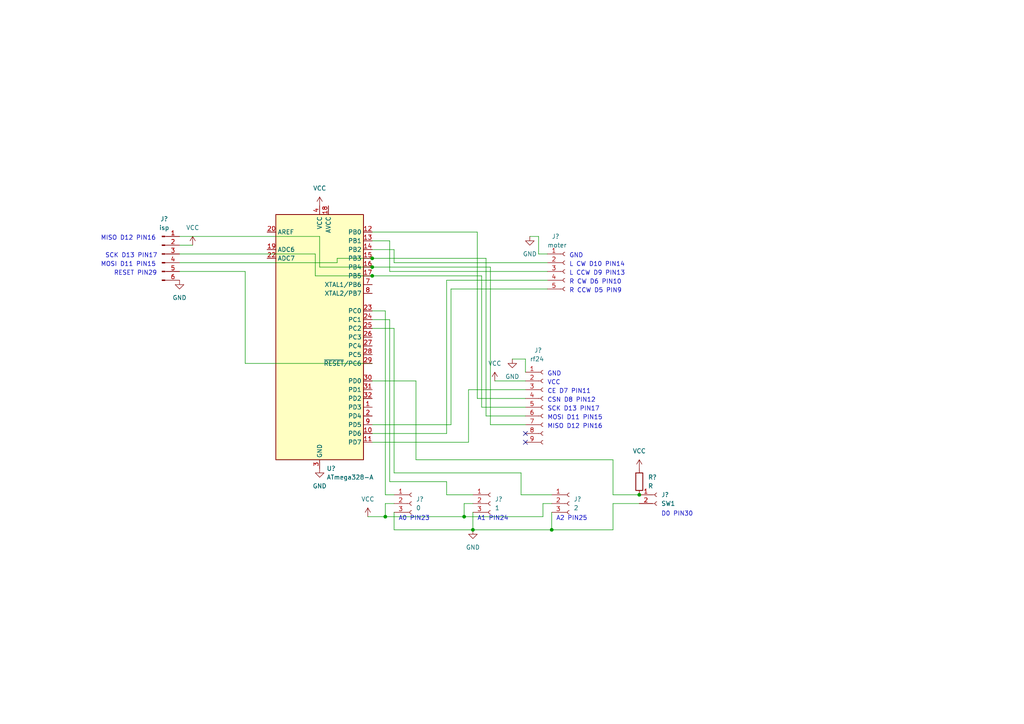
<source format=kicad_sch>
(kicad_sch (version 20211123) (generator eeschema)
  (paper "A4")
  (lib_symbols
    (symbol "Connector:Conn_01x02_Female" (pin_names (offset 1.016) hide)
      (property "Reference" "J" (at 0 2.54 0))
      (property "Value" "Conn_01x02_Female" (at 0 -5.08 0))
      (symbol "Conn_01x02_Female_1_1"
        (arc (start 0 -2.032) (mid -0.508 -2.54) (end 0 -3.048) (stroke (width 0.1524)))
        (polyline (pts (xy -1.27 -2.54) (xy -0.508 -2.54)) (stroke (width 0.1524)))
        (polyline (pts (xy -1.27 0) (xy -0.508 0)) (stroke (width 0.1524)))
        (arc (start 0 0.508) (mid -0.508 0) (end 0 -0.508) (stroke (width 0.1524)))
        (pin passive line (at -5.08 0 0) (length 3.81) (name "Pin_1") (number "1"))
        (pin passive line (at -5.08 -2.54 0) (length 3.81) (name "Pin_2") (number "2"))
      )
    )
    (symbol "Connector:Conn_01x03_Female" (pin_names (offset 1.016) hide)
      (property "Reference" "J" (at 0 5.08 0))
      (property "Value" "Conn_01x03_Female" (at 0 -5.08 0))
      (symbol "Conn_01x03_Female_1_1"
        (arc (start 0 -2.032) (mid -0.508 -2.54) (end 0 -3.048) (stroke (width 0.1524)))
        (polyline (pts (xy -1.27 -2.54) (xy -0.508 -2.54)) (stroke (width 0.1524)))
        (polyline (pts (xy -1.27 0) (xy -0.508 0)) (stroke (width 0.1524)))
        (polyline (pts (xy -1.27 2.54) (xy -0.508 2.54)) (stroke (width 0.1524)))
        (arc (start 0 0.508) (mid -0.508 0) (end 0 -0.508) (stroke (width 0.1524)))
        (arc (start 0 3.048) (mid -0.508 2.54) (end 0 2.032) (stroke (width 0.1524)))
        (pin passive line (at -5.08 2.54 0) (length 3.81) (name "Pin_1") (number "1"))
        (pin passive line (at -5.08 0 0) (length 3.81) (name "Pin_2") (number "2"))
        (pin passive line (at -5.08 -2.54 0) (length 3.81) (name "Pin_3") (number "3"))
      )
    )
    (symbol "Connector:Conn_01x05_Female" (pin_names (offset 1.016) hide)
      (property "Reference" "J" (at 0 7.62 0))
      (property "Value" "Conn_01x05_Female" (at 0 -7.62 0))
      (symbol "Conn_01x05_Female_1_1"
        (arc (start 0 -4.572) (mid -0.508 -5.08) (end 0 -5.588) (stroke (width 0.1524)))
        (arc (start 0 -2.032) (mid -0.508 -2.54) (end 0 -3.048) (stroke (width 0.1524)))
        (polyline (pts (xy -1.27 -5.08) (xy -0.508 -5.08)) (stroke (width 0.1524)))
        (polyline (pts (xy -1.27 -2.54) (xy -0.508 -2.54)) (stroke (width 0.1524)))
        (polyline (pts (xy -1.27 0) (xy -0.508 0)) (stroke (width 0.1524)))
        (polyline (pts (xy -1.27 2.54) (xy -0.508 2.54)) (stroke (width 0.1524)))
        (polyline (pts (xy -1.27 5.08) (xy -0.508 5.08)) (stroke (width 0.1524)))
        (arc (start 0 0.508) (mid -0.508 0) (end 0 -0.508) (stroke (width 0.1524)))
        (arc (start 0 3.048) (mid -0.508 2.54) (end 0 2.032) (stroke (width 0.1524)))
        (arc (start 0 5.588) (mid -0.508 5.08) (end 0 4.572) (stroke (width 0.1524)))
        (pin passive line (at -5.08 5.08 0) (length 3.81) (name "Pin_1") (number "1"))
        (pin passive line (at -5.08 2.54 0) (length 3.81) (name "Pin_2") (number "2"))
        (pin passive line (at -5.08 0 0) (length 3.81) (name "Pin_3") (number "3"))
        (pin passive line (at -5.08 -2.54 0) (length 3.81) (name "Pin_4") (number "4"))
        (pin passive line (at -5.08 -5.08 0) (length 3.81) (name "Pin_5") (number "5"))
      )
    )
    (symbol "Connector:Conn_01x06_Male" (pin_names (offset 1.016) hide)
      (property "Reference" "J" (at 0 7.62 0))
      (property "Value" "Conn_01x06_Male" (at 0 -10.16 0))
      (symbol "Conn_01x06_Male_1_1"
        (polyline (pts (xy 1.27 -7.62) (xy 0.8636 -7.62)) (stroke (width 0.1524)))
        (polyline (pts (xy 1.27 -5.08) (xy 0.8636 -5.08)) (stroke (width 0.1524)))
        (polyline (pts (xy 1.27 -2.54) (xy 0.8636 -2.54)) (stroke (width 0.1524)))
        (polyline (pts (xy 1.27 0) (xy 0.8636 0)) (stroke (width 0.1524)))
        (polyline (pts (xy 1.27 2.54) (xy 0.8636 2.54)) (stroke (width 0.1524)))
        (polyline (pts (xy 1.27 5.08) (xy 0.8636 5.08)) (stroke (width 0.1524)))
        (rectangle (start 0.8636 -7.493) (end 0 -7.747) (stroke (width 0.1524)) (fill (type outline)))
        (rectangle (start 0.8636 -4.953) (end 0 -5.207) (stroke (width 0.1524)) (fill (type outline)))
        (rectangle (start 0.8636 -2.413) (end 0 -2.667) (stroke (width 0.1524)) (fill (type outline)))
        (rectangle (start 0.8636 0.127) (end 0 -0.127) (stroke (width 0.1524)) (fill (type outline)))
        (rectangle (start 0.8636 2.667) (end 0 2.413) (stroke (width 0.1524)) (fill (type outline)))
        (rectangle (start 0.8636 5.207) (end 0 4.953) (stroke (width 0.1524)) (fill (type outline)))
        (pin passive line (at 5.08 5.08 180) (length 3.81) (name "Pin_1") (number "1"))
        (pin passive line (at 5.08 2.54 180) (length 3.81) (name "Pin_2") (number "2"))
        (pin passive line (at 5.08 0 180) (length 3.81) (name "Pin_3") (number "3"))
        (pin passive line (at 5.08 -2.54 180) (length 3.81) (name "Pin_4") (number "4"))
        (pin passive line (at 5.08 -5.08 180) (length 3.81) (name "Pin_5") (number "5"))
        (pin passive line (at 5.08 -7.62 180) (length 3.81) (name "Pin_6") (number "6"))
      )
    )
    (symbol "Connector:Conn_01x09_Female" (pin_names (offset 1.016) hide)
      (property "Reference" "J" (at 0 12.7 0))
      (property "Value" "Conn_01x09_Female" (at 0 -12.7 0))
      (symbol "Conn_01x09_Female_1_1"
        (arc (start 0 -9.652) (mid -0.508 -10.16) (end 0 -10.668) (stroke (width 0.1524)))
        (arc (start 0 -7.112) (mid -0.508 -7.62) (end 0 -8.128) (stroke (width 0.1524)))
        (arc (start 0 -4.572) (mid -0.508 -5.08) (end 0 -5.588) (stroke (width 0.1524)))
        (arc (start 0 -2.032) (mid -0.508 -2.54) (end 0 -3.048) (stroke (width 0.1524)))
        (polyline (pts (xy -1.27 -10.16) (xy -0.508 -10.16)) (stroke (width 0.1524)))
        (polyline (pts (xy -1.27 -7.62) (xy -0.508 -7.62)) (stroke (width 0.1524)))
        (polyline (pts (xy -1.27 -5.08) (xy -0.508 -5.08)) (stroke (width 0.1524)))
        (polyline (pts (xy -1.27 -2.54) (xy -0.508 -2.54)) (stroke (width 0.1524)))
        (polyline (pts (xy -1.27 0) (xy -0.508 0)) (stroke (width 0.1524)))
        (polyline (pts (xy -1.27 2.54) (xy -0.508 2.54)) (stroke (width 0.1524)))
        (polyline (pts (xy -1.27 5.08) (xy -0.508 5.08)) (stroke (width 0.1524)))
        (polyline (pts (xy -1.27 7.62) (xy -0.508 7.62)) (stroke (width 0.1524)))
        (polyline (pts (xy -1.27 10.16) (xy -0.508 10.16)) (stroke (width 0.1524)))
        (arc (start 0 0.508) (mid -0.508 0) (end 0 -0.508) (stroke (width 0.1524)))
        (arc (start 0 3.048) (mid -0.508 2.54) (end 0 2.032) (stroke (width 0.1524)))
        (arc (start 0 5.588) (mid -0.508 5.08) (end 0 4.572) (stroke (width 0.1524)))
        (arc (start 0 8.128) (mid -0.508 7.62) (end 0 7.112) (stroke (width 0.1524)))
        (arc (start 0 10.668) (mid -0.508 10.16) (end 0 9.652) (stroke (width 0.1524)))
        (pin passive line (at -5.08 10.16 0) (length 3.81) (name "Pin_1") (number "1"))
        (pin passive line (at -5.08 7.62 0) (length 3.81) (name "Pin_2") (number "2"))
        (pin passive line (at -5.08 5.08 0) (length 3.81) (name "Pin_3") (number "3"))
        (pin passive line (at -5.08 2.54 0) (length 3.81) (name "Pin_4") (number "4"))
        (pin passive line (at -5.08 0 0) (length 3.81) (name "Pin_5") (number "5"))
        (pin passive line (at -5.08 -2.54 0) (length 3.81) (name "Pin_6") (number "6"))
        (pin passive line (at -5.08 -5.08 0) (length 3.81) (name "Pin_7") (number "7"))
        (pin passive line (at -5.08 -7.62 0) (length 3.81) (name "Pin_8") (number "8"))
        (pin passive line (at -5.08 -10.16 0) (length 3.81) (name "Pin_9") (number "9"))
      )
    )
    (symbol "Device:R" (pin_numbers hide) (pin_names (offset 0))
      (property "Reference" "R" (at 2.032 0 90))
      (property "Value" "R" (at 0 0 90))
      (symbol "R_0_1"
        (rectangle (start -1.016 -2.54) (end 1.016 2.54) (stroke (width 0.254)))
      )
      (symbol "R_1_1"
        (pin passive line (at 0 3.81 270) (length 1.27) (name "~") (number "1"))
        (pin passive line (at 0 -3.81 90) (length 1.27) (name "~") (number "2"))
      )
    )
    (symbol "MCU_Microchip_ATmega:ATmega328-A"
      (property "Reference" "U" (at -12.7 36.83 0))
      (property "Value" "ATmega328-A" (at 2.54 -36.83 0))
      (symbol "ATmega328-A_0_1"
        (rectangle (start -12.7 -35.56) (end 12.7 35.56) (stroke (width 0.254)) (fill (type background)))
      )
      (symbol "ATmega328-A_1_1"
        (pin bidirectional line (at 15.24 -20.32 180) (length 2.54) (name "PD3") (number "1"))
        (pin bidirectional line (at 15.24 -27.94 180) (length 2.54) (name "PD6") (number "10"))
        (pin bidirectional line (at 15.24 -30.48 180) (length 2.54) (name "PD7") (number "11"))
        (pin bidirectional line (at 15.24 30.48 180) (length 2.54) (name "PB0") (number "12"))
        (pin bidirectional line (at 15.24 27.94 180) (length 2.54) (name "PB1") (number "13"))
        (pin bidirectional line (at 15.24 25.4 180) (length 2.54) (name "PB2") (number "14"))
        (pin bidirectional line (at 15.24 22.86 180) (length 2.54) (name "PB3") (number "15"))
        (pin bidirectional line (at 15.24 20.32 180) (length 2.54) (name "PB4") (number "16"))
        (pin bidirectional line (at 15.24 17.78 180) (length 2.54) (name "PB5") (number "17"))
        (pin power_in line (at 2.54 38.1 270) (length 2.54) (name "AVCC") (number "18"))
        (pin input line (at -15.24 25.4 0) (length 2.54) (name "ADC6") (number "19"))
        (pin bidirectional line (at 15.24 -22.86 180) (length 2.54) (name "PD4") (number "2"))
        (pin passive line (at -15.24 30.48 0) (length 2.54) (name "AREF") (number "20"))
        (pin passive line (at 0 -38.1 90) (length 2.54) hide (name "GND") (number "21"))
        (pin input line (at -15.24 22.86 0) (length 2.54) (name "ADC7") (number "22"))
        (pin bidirectional line (at 15.24 7.62 180) (length 2.54) (name "PC0") (number "23"))
        (pin bidirectional line (at 15.24 5.08 180) (length 2.54) (name "PC1") (number "24"))
        (pin bidirectional line (at 15.24 2.54 180) (length 2.54) (name "PC2") (number "25"))
        (pin bidirectional line (at 15.24 0 180) (length 2.54) (name "PC3") (number "26"))
        (pin bidirectional line (at 15.24 -2.54 180) (length 2.54) (name "PC4") (number "27"))
        (pin bidirectional line (at 15.24 -5.08 180) (length 2.54) (name "PC5") (number "28"))
        (pin bidirectional line (at 15.24 -7.62 180) (length 2.54) (name "~{RESET}/PC6") (number "29"))
        (pin power_in line (at 0 -38.1 90) (length 2.54) (name "GND") (number "3"))
        (pin bidirectional line (at 15.24 -12.7 180) (length 2.54) (name "PD0") (number "30"))
        (pin bidirectional line (at 15.24 -15.24 180) (length 2.54) (name "PD1") (number "31"))
        (pin bidirectional line (at 15.24 -17.78 180) (length 2.54) (name "PD2") (number "32"))
        (pin power_in line (at 0 38.1 270) (length 2.54) (name "VCC") (number "4"))
        (pin passive line (at 0 -38.1 90) (length 2.54) hide (name "GND") (number "5"))
        (pin passive line (at 0 38.1 270) (length 2.54) hide (name "VCC") (number "6"))
        (pin bidirectional line (at 15.24 15.24 180) (length 2.54) (name "XTAL1/PB6") (number "7"))
        (pin bidirectional line (at 15.24 12.7 180) (length 2.54) (name "XTAL2/PB7") (number "8"))
        (pin bidirectional line (at 15.24 -25.4 180) (length 2.54) (name "PD5") (number "9"))
      )
    )
    (symbol "power:GND" (power) (pin_names (offset 0))
      (property "Value" "GND" (at 0 -3.81 0))
      (symbol "GND_0_1"
        (polyline (pts (xy 0 0) (xy 0 -1.27) (xy 1.27 -1.27) (xy 0 -2.54) (xy -1.27 -1.27) (xy 0 -1.27)))
      )
      (symbol "GND_1_1"
        (pin power_in line (at 0 0 270) (length 0) hide (name "GND") (number "1"))
      )
    )
    (symbol "power:VCC" (power) (pin_names (offset 0))
      (property "Value" "VCC" (at 0 3.81 0))
      (symbol "VCC_0_1"
        (polyline (pts (xy -0.762 1.27) (xy 0 2.54)))
        (polyline (pts (xy 0 0) (xy 0 2.54)))
        (polyline (pts (xy 0 2.54) (xy 0.762 1.27)))
      )
      (symbol "VCC_1_1"
        (pin power_in line (at 0 0 90) (length 0) hide (name "VCC") (number "1"))
      )
    )
  )
  (junction (at 185.42 143.51))
  (junction (at 134.62 149.86))
  (junction (at 137.16 153.67))
  (junction (at 107.95 80.01))
  (junction (at 111.76 149.86))
  (junction (at 107.95 74.93))
  (junction (at 160.02 153.67))
  (junction (at 107.95 77.47))
  (no_connect (at 152.4 125.73))
  (no_connect (at 152.4 128.27))
  (wire (pts (xy 71.12 78.74) (xy 71.12 105.41)))
  (wire (pts (xy 107.95 80.01) (xy 139.7 80.01)))
  (wire (pts (xy 151.13 137.16) (xy 114.3 137.16)))
  (wire (pts (xy 71.12 105.41) (xy 107.95 105.41)))
  (wire (pts (xy 156.21 68.58) (xy 156.21 73.66)))
  (wire (pts (xy 114.3 72.39) (xy 114.3 76.2)))
  (wire (pts (xy 134.62 149.86) (xy 157.48 149.86)))
  (wire (pts (xy 152.4 118.11) (xy 139.7 118.11)))
  (wire (pts (xy 114.3 137.16) (xy 114.3 95.25)))
  (wire (pts (xy 52.07 73.66) (xy 91.44 73.66)))
  (wire (pts (xy 107.95 125.73) (xy 129.54 125.73)))
  (wire (pts (xy 129.54 81.28) (xy 129.54 125.73)))
  (wire (pts (xy 120.65 110.49) (xy 107.95 110.49)))
  (wire (pts (xy 157.48 149.86) (xy 157.48 146.05)))
  (wire (pts (xy 135.89 113.03) (xy 135.89 128.27)))
  (wire (pts (xy 152.4 123.19) (xy 142.24 123.19)))
  (wire (pts (xy 158.75 83.82) (xy 130.81 83.82)))
  (wire (pts (xy 114.3 95.25) (xy 107.95 95.25)))
  (wire (pts (xy 135.89 128.27) (xy 107.95 128.27)))
  (wire (pts (xy 111.76 90.17) (xy 107.95 90.17)))
  (wire (pts (xy 106.68 149.86) (xy 111.76 149.86)))
  (wire (pts (xy 114.3 143.51) (xy 111.76 143.51)))
  (wire (pts (xy 130.81 123.19) (xy 107.95 123.19)))
  (wire (pts (xy 129.54 143.51) (xy 129.54 139.7)))
  (wire (pts (xy 148.59 104.14) (xy 152.4 104.14)))
  (wire (pts (xy 157.48 146.05) (xy 160.02 146.05)))
  (wire (pts (xy 158.75 78.74) (xy 113.03 78.74)))
  (wire (pts (xy 91.44 73.66) (xy 91.44 80.01)))
  (wire (pts (xy 91.44 80.01) (xy 107.95 80.01)))
  (wire (pts (xy 114.3 76.2) (xy 158.75 76.2)))
  (wire (pts (xy 129.54 139.7) (xy 113.03 139.7)))
  (wire (pts (xy 134.62 146.05) (xy 137.16 146.05)))
  (wire (pts (xy 177.8 143.51) (xy 177.8 133.35)))
  (wire (pts (xy 113.03 69.85) (xy 107.95 69.85)))
  (wire (pts (xy 113.03 92.71) (xy 107.95 92.71)))
  (wire (pts (xy 139.7 80.01) (xy 139.7 118.11)))
  (wire (pts (xy 160.02 153.67) (xy 160.02 148.59)))
  (wire (pts (xy 152.4 115.57) (xy 138.43 115.57)))
  (wire (pts (xy 137.16 153.67) (xy 160.02 153.67)))
  (wire (pts (xy 185.42 143.51) (xy 177.8 143.51)))
  (wire (pts (xy 138.43 67.31) (xy 107.95 67.31)))
  (wire (pts (xy 151.13 143.51) (xy 151.13 137.16)))
  (wire (pts (xy 52.07 76.2) (xy 97.79 76.2)))
  (wire (pts (xy 177.8 153.67) (xy 177.8 146.05)))
  (wire (pts (xy 160.02 153.67) (xy 177.8 153.67)))
  (wire (pts (xy 111.76 146.05) (xy 114.3 146.05)))
  (wire (pts (xy 113.03 78.74) (xy 113.03 69.85)))
  (wire (pts (xy 152.4 104.14) (xy 152.4 107.95)))
  (wire (pts (xy 142.24 77.47) (xy 107.95 77.47)))
  (wire (pts (xy 153.67 68.58) (xy 156.21 68.58)))
  (wire (pts (xy 160.02 143.51) (xy 151.13 143.51)))
  (wire (pts (xy 142.24 123.19) (xy 142.24 77.47)))
  (wire (pts (xy 107.95 72.39) (xy 114.3 72.39)))
  (wire (pts (xy 113.03 92.71) (xy 113.03 139.7)))
  (wire (pts (xy 120.65 133.35) (xy 120.65 110.49)))
  (wire (pts (xy 111.76 143.51) (xy 111.76 90.17)))
  (wire (pts (xy 138.43 115.57) (xy 138.43 67.31)))
  (wire (pts (xy 134.62 149.86) (xy 134.62 146.05)))
  (wire (pts (xy 114.3 148.59) (xy 114.3 153.67)))
  (wire (pts (xy 137.16 143.51) (xy 129.54 143.51)))
  (wire (pts (xy 52.07 71.12) (xy 55.88 71.12)))
  (wire (pts (xy 52.07 78.74) (xy 71.12 78.74)))
  (wire (pts (xy 140.97 74.93) (xy 107.95 74.93)))
  (wire (pts (xy 97.79 76.2) (xy 97.79 74.93)))
  (wire (pts (xy 137.16 148.59) (xy 137.16 153.67)))
  (wire (pts (xy 52.07 68.58) (xy 92.71 68.58)))
  (wire (pts (xy 156.21 73.66) (xy 158.75 73.66)))
  (wire (pts (xy 130.81 83.82) (xy 130.81 123.19)))
  (wire (pts (xy 143.51 110.49) (xy 152.4 110.49)))
  (wire (pts (xy 111.76 149.86) (xy 134.62 149.86)))
  (wire (pts (xy 97.79 74.93) (xy 107.95 74.93)))
  (wire (pts (xy 140.97 120.65) (xy 140.97 74.93)))
  (wire (pts (xy 111.76 149.86) (xy 111.76 146.05)))
  (wire (pts (xy 152.4 113.03) (xy 135.89 113.03)))
  (wire (pts (xy 92.71 68.58) (xy 92.71 77.47)))
  (wire (pts (xy 114.3 153.67) (xy 137.16 153.67)))
  (wire (pts (xy 92.71 77.47) (xy 107.95 77.47)))
  (wire (pts (xy 129.54 81.28) (xy 158.75 81.28)))
  (wire (pts (xy 152.4 120.65) (xy 140.97 120.65)))
  (wire (pts (xy 177.8 146.05) (xy 185.42 146.05)))
  (wire (pts (xy 177.8 133.35) (xy 120.65 133.35)))
  (text "L CCW D9 PIN13\n" (at 165.1 80.01 0) (effects (font (size 1.27 1.27)) (justify left bottom)))
  (text "RESET PIN29" (at 33.02 80.01 0) (effects (font (size 1.27 1.27)) (justify left bottom)))
  (text "MISO D12 PIN16\n" (at 29.21 69.85 0) (effects (font (size 1.27 1.27)) (justify left bottom)))
  (text "R CCW D5 PIN9" (at 165.1 85.09 0) (effects (font (size 1.27 1.27)) (justify left bottom)))
  (text "SCK D13 PIN17" (at 30.48 74.93 0) (effects (font (size 1.27 1.27)) (justify left bottom)))
  (text "VCC" (at 158.75 111.76 0) (effects (font (size 1.27 1.27)) (justify left bottom)))
  (text "MOSI D11 PIN15\n" (at 29.21 77.47 0) (effects (font (size 1.27 1.27)) (justify left bottom)))
  (text "GND" (at 158.75 109.22 0) (effects (font (size 1.27 1.27)) (justify left bottom)))
  (text "MISO D12 PIN16" (at 158.75 124.46 0) (effects (font (size 1.27 1.27)) (justify left bottom)))
  (text "MOSI D11 PIN15\n" (at 158.75 121.92 0) (effects (font (size 1.27 1.27)) (justify left bottom)))
  (text "A0 PIN23" (at 115.57 151.13 0) (effects (font (size 1.27 1.27)) (justify left bottom)))
  (text "D0 PIN30 " (at 191.77 149.86 0) (effects (font (size 1.27 1.27)) (justify left bottom)))
  (text "R CW D6 PIN10" (at 165.1 82.55 0) (effects (font (size 1.27 1.27)) (justify left bottom)))
  (text "L CW D10 PIN14\n" (at 165.1 77.47 0) (effects (font (size 1.27 1.27)) (justify left bottom)))
  (text "GND" (at 165.1 74.93 0) (effects (font (size 1.27 1.27)) (justify left bottom)))
  (text "CSN D8 PIN12" (at 158.75 116.84 0) (effects (font (size 1.27 1.27)) (justify left bottom)))
  (text "A1 PIN24" (at 138.43 151.13 0) (effects (font (size 1.27 1.27)) (justify left bottom)))
  (text "SCK D13 PIN17" (at 158.75 119.38 0) (effects (font (size 1.27 1.27)) (justify left bottom)))
  (text "CE D7 PIN11" (at 158.75 114.3 0) (effects (font (size 1.27 1.27)) (justify left bottom)))
  (text "A2 PIN25" (at 161.29 151.13 0) (effects (font (size 1.27 1.27)) (justify left bottom)))
  (symbol (lib_id "power:VCC") (at 106.68 149.86 0) (unit 1)
    (property "Reference" "#PWR?" (effects hide))
    (property "Value" "VCC" (at 106.68 144.78 0))
  )
  (symbol (lib_id "power:GND") (at 148.59 104.14 0) (unit 1)
    (property "Reference" "#PWR?" (effects hide))
    (property "Value" "GND" (at 148.59 109.22 0))
  )
  (symbol (lib_id "power:VCC") (at 185.42 135.89 0) (unit 1)
    (property "Reference" "#PWR?" (effects hide))
    (property "Value" "VCC" (at 185.42 130.81 0))
  )
  (symbol (lib_id "Connector:Conn_01x09_Female") (at 157.48 118.11 0) (unit 1)
    (property "Reference" "J?" (at 154.94 101.6 0) (effects (justify left)))
    (property "Value" "rf24" (at 153.67 104.14 0) (effects (justify left)))
  )
  (symbol (lib_id "Connector:Conn_01x03_Female") (at 119.38 146.05 0) (unit 1)
    (property "Reference" "J?" (at 120.65 144.7799 0) (effects (justify left)))
    (property "Value" "0" (at 120.65 147.3199 0) (effects (justify left)))
  )
  (symbol (lib_id "Connector:Conn_01x05_Female") (at 163.83 78.74 0) (unit 1)
    (property "Reference" "J?" (at 160.02 68.58 0) (effects (justify left)))
    (property "Value" "moter" (at 158.75 71.12 0) (effects (justify left)))
  )
  (symbol (lib_id "Connector:Conn_01x02_Female") (at 190.5 143.51 0) (unit 1)
    (property "Reference" "J?" (at 191.77 143.5099 0) (effects (justify left)))
    (property "Value" "SW1" (at 191.77 146.0499 0) (effects (justify left)))
  )
  (symbol (lib_id "power:VCC") (at 143.51 110.49 0) (unit 1)
    (property "Reference" "#PWR?" (effects hide))
    (property "Value" "VCC" (at 143.51 105.41 0))
  )
  (symbol (lib_id "Connector:Conn_01x06_Male") (at 46.99 73.66 0) (unit 1)
    (property "Reference" "J?" (at 47.625 63.5 0))
    (property "Value" "isp" (at 47.625 66.04 0))
  )
  (symbol (lib_id "power:GND") (at 92.71 135.89 0) (unit 1)
    (property "Reference" "#PWR?" (effects hide))
    (property "Value" "GND" (at 92.71 140.97 0))
  )
  (symbol (lib_id "Device:R") (at 185.42 139.7 0) (unit 1)
    (property "Reference" "R?" (at 187.96 138.4299 0) (effects (justify left)))
    (property "Value" "R" (at 187.96 140.9699 0) (effects (justify left)))
  )
  (symbol (lib_id "MCU_Microchip_ATmega:ATmega328-A") (at 92.71 97.79 0) (unit 1)
    (property "Reference" "U?" (at 94.7294 135.89 0) (effects (justify left)))
    (property "Value" "ATmega328-A" (at 94.7294 138.43 0) (effects (justify left)))
    (property "Footprint" "Package_QFP:TQFP-32_7x7mm_P0.8mm" (effects hide))
    (property "Datasheet" "http://ww1.microchip.com/downloads/en/DeviceDoc/ATmega328_P%20AVR%20MCU%20with%20picoPower%20Technology%20Data%20Sheet%2040001984A.pdf" (effects hide))
  )
  (symbol (lib_id "power:VCC") (at 55.88 71.12 0) (unit 1)
    (property "Reference" "#PWR?" (effects hide))
    (property "Value" "VCC" (at 55.88 66.04 0))
  )
  (symbol (lib_id "Connector:Conn_01x03_Female") (at 165.1 146.05 0) (unit 1)
    (property "Reference" "J?" (at 166.37 144.7799 0) (effects (justify left)))
    (property "Value" "2" (at 166.37 147.3199 0) (effects (justify left)))
  )
  (symbol (lib_id "power:GND") (at 153.67 68.58 0) (unit 1)
    (property "Reference" "#PWR?" (effects hide))
    (property "Value" "GND" (at 153.67 73.66 0))
  )
  (symbol (lib_id "power:VCC") (at 92.71 59.69 0) (unit 1)
    (property "Reference" "#PWR?" (effects hide))
    (property "Value" "VCC" (at 92.71 54.61 0))
  )
  (symbol (lib_id "Connector:Conn_01x03_Female") (at 142.24 146.05 0) (unit 1)
    (property "Reference" "J?" (at 143.51 144.7799 0) (effects (justify left)))
    (property "Value" "1" (at 143.51 147.3199 0) (effects (justify left)))
  )
  (symbol (lib_id "power:GND") (at 137.16 153.67 0) (unit 1)
    (property "Reference" "#PWR?" (effects hide))
    (property "Value" "GND" (at 137.16 158.75 0))
  )
  (symbol (lib_id "power:GND") (at 52.07 81.28 0) (unit 1)
    (property "Reference" "#PWR?" (effects hide))
    (property "Value" "GND" (at 52.07 86.36 0))
  )
)
</source>
